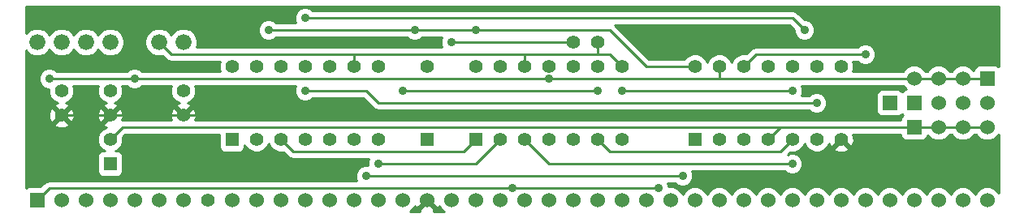
<source format=gbl>
G04 (created by PCBNEW (2013-03-19 BZR 4004)-stable) date 13/06/2016 15:20:47*
%MOIN*%
G04 Gerber Fmt 3.4, Leading zero omitted, Abs format*
%FSLAX34Y34*%
G01*
G70*
G90*
G04 APERTURE LIST*
%ADD10C,0.006*%
%ADD11R,0.06X0.06*%
%ADD12C,0.06*%
%ADD13C,0.055*%
%ADD14R,0.055X0.055*%
%ADD15C,0.066*%
%ADD16C,0.035*%
%ADD17C,0.01*%
G04 APERTURE END LIST*
G54D10*
G54D11*
X1000Y-8500D03*
G54D12*
X2000Y-8500D03*
X3000Y-8500D03*
X4000Y-8500D03*
X5000Y-8500D03*
X6000Y-8500D03*
X7000Y-8500D03*
G54D13*
X8000Y-8500D03*
G54D12*
X9000Y-8500D03*
X10000Y-8500D03*
X11000Y-8500D03*
X12000Y-8500D03*
X13000Y-8500D03*
X14000Y-8500D03*
X15000Y-8500D03*
X16000Y-8500D03*
X17000Y-8500D03*
X18000Y-8500D03*
X19000Y-8500D03*
X20000Y-8500D03*
X21000Y-8500D03*
X22000Y-8500D03*
X23000Y-8500D03*
X25000Y-8500D03*
X26000Y-8500D03*
X27000Y-8500D03*
X28000Y-8500D03*
X29000Y-8500D03*
X30000Y-8500D03*
X31000Y-8500D03*
X32000Y-8500D03*
X33000Y-8500D03*
X34000Y-8500D03*
X35000Y-8500D03*
X36000Y-8500D03*
X37000Y-8500D03*
X38000Y-8500D03*
X39000Y-8500D03*
X40000Y-8500D03*
X24000Y-8500D03*
G54D14*
X4000Y-7000D03*
G54D13*
X4000Y-6000D03*
G54D14*
X28000Y-6000D03*
G54D13*
X29000Y-6000D03*
X30000Y-6000D03*
X31000Y-6000D03*
X32000Y-6000D03*
X33000Y-6000D03*
X34000Y-6000D03*
X34000Y-3000D03*
X33000Y-3000D03*
X32000Y-3000D03*
X31000Y-3000D03*
X30000Y-3000D03*
X29000Y-3000D03*
X28000Y-3000D03*
G54D14*
X9000Y-6000D03*
G54D13*
X10000Y-6000D03*
X11000Y-6000D03*
X12000Y-6000D03*
X13000Y-6000D03*
X14000Y-6000D03*
X15000Y-6000D03*
X15000Y-3000D03*
X14000Y-3000D03*
X13000Y-3000D03*
X12000Y-3000D03*
X11000Y-3000D03*
X10000Y-3000D03*
X9000Y-3000D03*
G54D14*
X19000Y-6000D03*
G54D13*
X20000Y-6000D03*
X21000Y-6000D03*
X22000Y-6000D03*
X23000Y-6000D03*
X24000Y-6000D03*
X25000Y-6000D03*
X25000Y-3000D03*
X24000Y-3000D03*
X23000Y-3000D03*
X22000Y-3000D03*
X21000Y-3000D03*
X20000Y-3000D03*
X19000Y-3000D03*
G54D15*
X1000Y-2000D03*
X2000Y-2000D03*
X3000Y-2000D03*
X4000Y-2000D03*
X6000Y-2000D03*
X7000Y-2000D03*
G54D14*
X17000Y-6000D03*
G54D13*
X17000Y-3000D03*
X23000Y-2000D03*
X24000Y-2000D03*
X2000Y-4000D03*
X2000Y-5000D03*
X4000Y-4000D03*
X4000Y-5000D03*
X7000Y-4000D03*
X7000Y-5000D03*
G54D11*
X40000Y-3500D03*
G54D12*
X39000Y-3500D03*
X38000Y-3500D03*
X37000Y-3500D03*
G54D11*
X37000Y-5500D03*
G54D12*
X38000Y-5500D03*
X39000Y-5500D03*
X40000Y-5500D03*
G54D11*
X37000Y-4500D03*
G54D12*
X38000Y-4500D03*
X39000Y-4500D03*
X40000Y-4500D03*
G54D11*
X36000Y-4500D03*
G54D16*
X26500Y-8000D03*
X20500Y-8000D03*
X1500Y-3500D03*
X5000Y-3500D03*
X22000Y-3500D03*
X33500Y-5000D03*
X25000Y-5000D03*
X15000Y-5000D03*
X25000Y-4000D03*
X32000Y-4000D03*
X32500Y-1500D03*
X12000Y-1000D03*
X12000Y-4000D03*
X33000Y-4500D03*
X18000Y-2000D03*
X2000Y-4000D03*
X35000Y-2500D03*
X16000Y-4000D03*
X24000Y-4000D03*
X27500Y-7500D03*
X14500Y-7500D03*
X32000Y-7000D03*
X15000Y-7000D03*
X10500Y-1500D03*
X16500Y-1500D03*
X19000Y-1500D03*
G54D17*
X26500Y-8000D02*
X25500Y-8000D01*
X26000Y-8000D02*
X25500Y-8000D01*
X25500Y-8000D02*
X20500Y-8000D01*
X1500Y-8000D02*
X1000Y-8500D01*
X26000Y-8000D02*
X1500Y-8000D01*
X8500Y-5500D02*
X4500Y-5500D01*
X4500Y-5500D02*
X4000Y-6000D01*
X31500Y-5500D02*
X8500Y-5500D01*
X37000Y-5500D02*
X31500Y-5500D01*
X31500Y-5500D02*
X31000Y-6000D01*
X40000Y-5500D02*
X39000Y-5500D01*
X39000Y-5500D02*
X38000Y-5500D01*
X38000Y-5500D02*
X37000Y-5500D01*
X29000Y-3500D02*
X29000Y-3000D01*
X2500Y-3500D02*
X1500Y-3500D01*
X5000Y-3500D02*
X2500Y-3500D01*
X22000Y-3500D02*
X8500Y-3500D01*
X8500Y-3500D02*
X5000Y-3500D01*
X37000Y-3500D02*
X29000Y-3500D01*
X29000Y-3500D02*
X22000Y-3500D01*
X40000Y-3500D02*
X39000Y-3500D01*
X39000Y-3500D02*
X38000Y-3500D01*
X38000Y-3500D02*
X37000Y-3500D01*
X21000Y-3000D02*
X21000Y-2500D01*
X14000Y-3000D02*
X14000Y-2500D01*
X24500Y-2500D02*
X21000Y-2500D01*
X21000Y-2500D02*
X14000Y-2500D01*
X14000Y-2500D02*
X6500Y-2500D01*
X6500Y-2500D02*
X6000Y-2000D01*
X24000Y-2000D02*
X24000Y-2500D01*
X25000Y-3000D02*
X24500Y-2500D01*
X24500Y-2500D02*
X24000Y-2500D01*
X7000Y-5000D02*
X4000Y-5000D01*
X4000Y-5000D02*
X2000Y-5000D01*
X15000Y-5000D02*
X7000Y-5000D01*
X25000Y-5000D02*
X33500Y-5000D01*
X15000Y-5000D02*
X25000Y-5000D01*
X25000Y-4000D02*
X32000Y-4000D01*
X32500Y-1500D02*
X32000Y-1000D01*
X32000Y-1000D02*
X12000Y-1000D01*
X15000Y-4500D02*
X14500Y-4000D01*
X14500Y-4000D02*
X12000Y-4000D01*
X33000Y-4500D02*
X15000Y-4500D01*
X18000Y-2000D02*
X23000Y-2000D01*
X30000Y-3000D02*
X30500Y-2500D01*
X30500Y-2500D02*
X35000Y-2500D01*
X23000Y-4000D02*
X24000Y-4000D01*
X16000Y-4000D02*
X23000Y-4000D01*
X27500Y-7500D02*
X14500Y-7500D01*
X32000Y-6000D02*
X31500Y-6500D01*
X24500Y-6500D02*
X24000Y-6000D01*
X31500Y-6500D02*
X24500Y-6500D01*
X11000Y-6000D02*
X11500Y-6500D01*
X18500Y-6500D02*
X19000Y-6000D01*
X11500Y-6500D02*
X18500Y-6500D01*
X21000Y-6000D02*
X22000Y-7000D01*
X22000Y-7000D02*
X32000Y-7000D01*
X20000Y-6000D02*
X19000Y-7000D01*
X19000Y-7000D02*
X15000Y-7000D01*
X28000Y-3000D02*
X26000Y-3000D01*
X26000Y-3000D02*
X24500Y-1500D01*
X19000Y-1500D02*
X16500Y-1500D01*
X16500Y-1500D02*
X10500Y-1500D01*
X24500Y-1500D02*
X19000Y-1500D01*
G54D10*
G36*
X15076Y-6005D02*
X15005Y-6076D01*
X15000Y-6070D01*
X14994Y-6076D01*
X14923Y-6005D01*
X14929Y-6000D01*
X14923Y-5994D01*
X14994Y-5923D01*
X15000Y-5929D01*
X15005Y-5923D01*
X15076Y-5994D01*
X15070Y-6000D01*
X15076Y-6005D01*
X15076Y-6005D01*
G37*
G54D17*
X15076Y-6005D02*
X15005Y-6076D01*
X15000Y-6070D01*
X14994Y-6076D01*
X14923Y-6005D01*
X14929Y-6000D01*
X14923Y-5994D01*
X14994Y-5923D01*
X15000Y-5929D01*
X15005Y-5923D01*
X15076Y-5994D01*
X15070Y-6000D01*
X15076Y-6005D01*
G54D10*
G36*
X17698Y-8970D02*
X17290Y-8970D01*
X17315Y-8885D01*
X17000Y-8570D01*
X16684Y-8885D01*
X16709Y-8970D01*
X16301Y-8970D01*
X16311Y-8966D01*
X16465Y-8811D01*
X16497Y-8736D01*
X16518Y-8787D01*
X16614Y-8815D01*
X16929Y-8500D01*
X16923Y-8494D01*
X16994Y-8423D01*
X17000Y-8429D01*
X17005Y-8423D01*
X17076Y-8494D01*
X17070Y-8500D01*
X17385Y-8815D01*
X17481Y-8787D01*
X17500Y-8732D01*
X17533Y-8811D01*
X17688Y-8965D01*
X17698Y-8970D01*
X17698Y-8970D01*
G37*
G54D17*
X17698Y-8970D02*
X17290Y-8970D01*
X17315Y-8885D01*
X17000Y-8570D01*
X16684Y-8885D01*
X16709Y-8970D01*
X16301Y-8970D01*
X16311Y-8966D01*
X16465Y-8811D01*
X16497Y-8736D01*
X16518Y-8787D01*
X16614Y-8815D01*
X16929Y-8500D01*
X16923Y-8494D01*
X16994Y-8423D01*
X17000Y-8429D01*
X17005Y-8423D01*
X17076Y-8494D01*
X17070Y-8500D01*
X17385Y-8815D01*
X17481Y-8787D01*
X17500Y-8732D01*
X17533Y-8811D01*
X17688Y-8965D01*
X17698Y-8970D01*
G54D10*
G36*
X25076Y-6005D02*
X25005Y-6076D01*
X25000Y-6070D01*
X24994Y-6076D01*
X24923Y-6005D01*
X24929Y-6000D01*
X24923Y-5994D01*
X24994Y-5923D01*
X25000Y-5929D01*
X25005Y-5923D01*
X25076Y-5994D01*
X25070Y-6000D01*
X25076Y-6005D01*
X25076Y-6005D01*
G37*
G54D17*
X25076Y-6005D02*
X25005Y-6076D01*
X25000Y-6070D01*
X24994Y-6076D01*
X24923Y-6005D01*
X24929Y-6000D01*
X24923Y-5994D01*
X24994Y-5923D01*
X25000Y-5929D01*
X25005Y-5923D01*
X25076Y-5994D01*
X25070Y-6000D01*
X25076Y-6005D01*
G54D10*
G36*
X40470Y-3016D02*
X40441Y-2988D01*
X40349Y-2950D01*
X40250Y-2949D01*
X39650Y-2949D01*
X39558Y-2987D01*
X39488Y-3058D01*
X39450Y-3150D01*
X39450Y-3172D01*
X39311Y-3034D01*
X39109Y-2950D01*
X38891Y-2949D01*
X38688Y-3033D01*
X38534Y-3188D01*
X38529Y-3200D01*
X38471Y-3200D01*
X38466Y-3188D01*
X38311Y-3034D01*
X38109Y-2950D01*
X37891Y-2949D01*
X37688Y-3033D01*
X37534Y-3188D01*
X37529Y-3200D01*
X37471Y-3200D01*
X37466Y-3188D01*
X37311Y-3034D01*
X37109Y-2950D01*
X36891Y-2949D01*
X36688Y-3033D01*
X36534Y-3188D01*
X36529Y-3200D01*
X34485Y-3200D01*
X34524Y-3104D01*
X34525Y-2896D01*
X34485Y-2800D01*
X34698Y-2800D01*
X34758Y-2860D01*
X34915Y-2924D01*
X35084Y-2925D01*
X35240Y-2860D01*
X35360Y-2741D01*
X35424Y-2584D01*
X35425Y-2415D01*
X35360Y-2259D01*
X35241Y-2139D01*
X35084Y-2075D01*
X34915Y-2074D01*
X34759Y-2139D01*
X34698Y-2200D01*
X30500Y-2200D01*
X30385Y-2222D01*
X30287Y-2287D01*
X30100Y-2475D01*
X29896Y-2474D01*
X29703Y-2554D01*
X29555Y-2702D01*
X29499Y-2835D01*
X29445Y-2703D01*
X29297Y-2555D01*
X29104Y-2475D01*
X28896Y-2474D01*
X28703Y-2554D01*
X28555Y-2702D01*
X28499Y-2835D01*
X28445Y-2703D01*
X28297Y-2555D01*
X28104Y-2475D01*
X27896Y-2474D01*
X27703Y-2554D01*
X27557Y-2700D01*
X26124Y-2700D01*
X24724Y-1300D01*
X31875Y-1300D01*
X32075Y-1499D01*
X32074Y-1584D01*
X32139Y-1740D01*
X32258Y-1860D01*
X32415Y-1924D01*
X32584Y-1925D01*
X32740Y-1860D01*
X32860Y-1741D01*
X32924Y-1584D01*
X32925Y-1415D01*
X32860Y-1259D01*
X32741Y-1139D01*
X32584Y-1075D01*
X32499Y-1074D01*
X32212Y-787D01*
X32114Y-722D01*
X32000Y-700D01*
X12301Y-700D01*
X12241Y-639D01*
X12084Y-575D01*
X11915Y-574D01*
X11759Y-639D01*
X11639Y-758D01*
X11575Y-915D01*
X11574Y-1084D01*
X11622Y-1200D01*
X10801Y-1200D01*
X10741Y-1139D01*
X10584Y-1075D01*
X10415Y-1074D01*
X10259Y-1139D01*
X10139Y-1258D01*
X10075Y-1415D01*
X10074Y-1584D01*
X10139Y-1740D01*
X10258Y-1860D01*
X10415Y-1924D01*
X10584Y-1925D01*
X10740Y-1860D01*
X10801Y-1800D01*
X16198Y-1800D01*
X16258Y-1860D01*
X16415Y-1924D01*
X16584Y-1925D01*
X16740Y-1860D01*
X16801Y-1800D01*
X17622Y-1800D01*
X17575Y-1915D01*
X17574Y-2084D01*
X17622Y-2200D01*
X14000Y-2200D01*
X7544Y-2200D01*
X7579Y-2115D01*
X7580Y-1885D01*
X7491Y-1671D01*
X7328Y-1508D01*
X7115Y-1420D01*
X6885Y-1419D01*
X6671Y-1508D01*
X6508Y-1671D01*
X6500Y-1691D01*
X6491Y-1671D01*
X6328Y-1508D01*
X6115Y-1420D01*
X5885Y-1419D01*
X5671Y-1508D01*
X5508Y-1671D01*
X5420Y-1884D01*
X5419Y-2114D01*
X5508Y-2328D01*
X5671Y-2491D01*
X5884Y-2579D01*
X6114Y-2580D01*
X6143Y-2568D01*
X6287Y-2712D01*
X6287Y-2712D01*
X6385Y-2777D01*
X6500Y-2800D01*
X8514Y-2800D01*
X8475Y-2895D01*
X8474Y-3103D01*
X8514Y-3200D01*
X8500Y-3200D01*
X5301Y-3200D01*
X5241Y-3139D01*
X5084Y-3075D01*
X4915Y-3074D01*
X4759Y-3139D01*
X4698Y-3200D01*
X2500Y-3200D01*
X1801Y-3200D01*
X1741Y-3139D01*
X1584Y-3075D01*
X1415Y-3074D01*
X1259Y-3139D01*
X1139Y-3258D01*
X1075Y-3415D01*
X1074Y-3584D01*
X1139Y-3740D01*
X1258Y-3860D01*
X1415Y-3924D01*
X1475Y-3924D01*
X1474Y-4103D01*
X1554Y-4297D01*
X1702Y-4444D01*
X1828Y-4497D01*
X1727Y-4539D01*
X1702Y-4632D01*
X2000Y-4929D01*
X2297Y-4632D01*
X2272Y-4539D01*
X2162Y-4500D01*
X2297Y-4445D01*
X2444Y-4297D01*
X2524Y-4104D01*
X2525Y-3896D01*
X2485Y-3800D01*
X2500Y-3800D01*
X3514Y-3800D01*
X3475Y-3895D01*
X3474Y-4103D01*
X3554Y-4297D01*
X3702Y-4444D01*
X3828Y-4497D01*
X3727Y-4539D01*
X3702Y-4632D01*
X4000Y-4929D01*
X4297Y-4632D01*
X4272Y-4539D01*
X4162Y-4500D01*
X4297Y-4445D01*
X4444Y-4297D01*
X4524Y-4104D01*
X4525Y-3896D01*
X4485Y-3800D01*
X4698Y-3800D01*
X4758Y-3860D01*
X4915Y-3924D01*
X5084Y-3925D01*
X5240Y-3860D01*
X5301Y-3800D01*
X6514Y-3800D01*
X6475Y-3895D01*
X6474Y-4103D01*
X6554Y-4297D01*
X6702Y-4444D01*
X6828Y-4497D01*
X6727Y-4539D01*
X6702Y-4632D01*
X7000Y-4929D01*
X7297Y-4632D01*
X7272Y-4539D01*
X7162Y-4500D01*
X7297Y-4445D01*
X7444Y-4297D01*
X7524Y-4104D01*
X7525Y-3896D01*
X7485Y-3800D01*
X8500Y-3800D01*
X11622Y-3800D01*
X11575Y-3915D01*
X11574Y-4084D01*
X11639Y-4240D01*
X11758Y-4360D01*
X11915Y-4424D01*
X12084Y-4425D01*
X12240Y-4360D01*
X12301Y-4300D01*
X14375Y-4300D01*
X14787Y-4712D01*
X14787Y-4712D01*
X14885Y-4777D01*
X15000Y-4800D01*
X32698Y-4800D01*
X32758Y-4860D01*
X32915Y-4924D01*
X33084Y-4925D01*
X33240Y-4860D01*
X33360Y-4741D01*
X33424Y-4584D01*
X33425Y-4415D01*
X33360Y-4259D01*
X33241Y-4139D01*
X33084Y-4075D01*
X32915Y-4074D01*
X32759Y-4139D01*
X32698Y-4200D01*
X32377Y-4200D01*
X32424Y-4084D01*
X32425Y-3915D01*
X32377Y-3800D01*
X36528Y-3800D01*
X36533Y-3811D01*
X36672Y-3949D01*
X36650Y-3949D01*
X36558Y-3987D01*
X36499Y-4046D01*
X36441Y-3988D01*
X36349Y-3950D01*
X36250Y-3949D01*
X35650Y-3949D01*
X35558Y-3987D01*
X35488Y-4058D01*
X35450Y-4150D01*
X35449Y-4249D01*
X35449Y-4849D01*
X35487Y-4941D01*
X35558Y-5011D01*
X35650Y-5049D01*
X35749Y-5050D01*
X36349Y-5050D01*
X36441Y-5012D01*
X36500Y-4953D01*
X36546Y-5000D01*
X36488Y-5058D01*
X36450Y-5150D01*
X36450Y-5200D01*
X31500Y-5200D01*
X8500Y-5200D01*
X7486Y-5200D01*
X7529Y-5075D01*
X7518Y-4867D01*
X7460Y-4727D01*
X7367Y-4702D01*
X7070Y-5000D01*
X7076Y-5005D01*
X7005Y-5076D01*
X7000Y-5070D01*
X6994Y-5076D01*
X6923Y-5005D01*
X6929Y-5000D01*
X6632Y-4702D01*
X6539Y-4727D01*
X6470Y-4924D01*
X6481Y-5132D01*
X6509Y-5200D01*
X4500Y-5200D01*
X4485Y-5202D01*
X4529Y-5075D01*
X4518Y-4867D01*
X4460Y-4727D01*
X4367Y-4702D01*
X4070Y-5000D01*
X4076Y-5005D01*
X4005Y-5076D01*
X4000Y-5070D01*
X3929Y-5141D01*
X3929Y-5000D01*
X3632Y-4702D01*
X3539Y-4727D01*
X3470Y-4924D01*
X3481Y-5132D01*
X3539Y-5272D01*
X3632Y-5297D01*
X3929Y-5000D01*
X3929Y-5141D01*
X3702Y-5367D01*
X3727Y-5460D01*
X3837Y-5499D01*
X3703Y-5554D01*
X3555Y-5702D01*
X3475Y-5895D01*
X3474Y-6103D01*
X3554Y-6297D01*
X3702Y-6444D01*
X3774Y-6474D01*
X3675Y-6474D01*
X3583Y-6512D01*
X3513Y-6583D01*
X3475Y-6675D01*
X3474Y-6774D01*
X3474Y-7324D01*
X3512Y-7416D01*
X3583Y-7486D01*
X3675Y-7524D01*
X3774Y-7525D01*
X4324Y-7525D01*
X4416Y-7487D01*
X4486Y-7416D01*
X4524Y-7324D01*
X4525Y-7225D01*
X4525Y-6675D01*
X4487Y-6583D01*
X4416Y-6513D01*
X4324Y-6475D01*
X4225Y-6474D01*
X4225Y-6474D01*
X4297Y-6445D01*
X4444Y-6297D01*
X4524Y-6104D01*
X4525Y-5899D01*
X4624Y-5800D01*
X8474Y-5800D01*
X8474Y-6324D01*
X8512Y-6416D01*
X8583Y-6486D01*
X8675Y-6524D01*
X8774Y-6525D01*
X9324Y-6525D01*
X9416Y-6487D01*
X9486Y-6416D01*
X9524Y-6324D01*
X9525Y-6225D01*
X9525Y-6225D01*
X9554Y-6297D01*
X9702Y-6444D01*
X9895Y-6524D01*
X10103Y-6525D01*
X10297Y-6445D01*
X10444Y-6297D01*
X10500Y-6164D01*
X10554Y-6297D01*
X10702Y-6444D01*
X10895Y-6524D01*
X11100Y-6525D01*
X11287Y-6712D01*
X11287Y-6712D01*
X11385Y-6777D01*
X11500Y-6800D01*
X14622Y-6800D01*
X14575Y-6915D01*
X14574Y-7075D01*
X14415Y-7074D01*
X14259Y-7139D01*
X14139Y-7258D01*
X14075Y-7415D01*
X14074Y-7584D01*
X14122Y-7700D01*
X2529Y-7700D01*
X2529Y-5075D01*
X2518Y-4867D01*
X2460Y-4727D01*
X2367Y-4702D01*
X2070Y-5000D01*
X2367Y-5297D01*
X2460Y-5272D01*
X2529Y-5075D01*
X2529Y-7700D01*
X2297Y-7700D01*
X2297Y-5367D01*
X2000Y-5070D01*
X1929Y-5141D01*
X1929Y-5000D01*
X1632Y-4702D01*
X1539Y-4727D01*
X1470Y-4924D01*
X1481Y-5132D01*
X1539Y-5272D01*
X1632Y-5297D01*
X1929Y-5000D01*
X1929Y-5141D01*
X1702Y-5367D01*
X1727Y-5460D01*
X1924Y-5529D01*
X2132Y-5518D01*
X2272Y-5460D01*
X2297Y-5367D01*
X2297Y-7700D01*
X1500Y-7700D01*
X1385Y-7722D01*
X1287Y-7787D01*
X1125Y-7949D01*
X650Y-7949D01*
X558Y-7987D01*
X529Y-8016D01*
X529Y-2349D01*
X671Y-2491D01*
X884Y-2579D01*
X1114Y-2580D01*
X1328Y-2491D01*
X1491Y-2328D01*
X1499Y-2308D01*
X1508Y-2328D01*
X1671Y-2491D01*
X1884Y-2579D01*
X2114Y-2580D01*
X2328Y-2491D01*
X2491Y-2328D01*
X2499Y-2308D01*
X2508Y-2328D01*
X2671Y-2491D01*
X2884Y-2579D01*
X3114Y-2580D01*
X3328Y-2491D01*
X3491Y-2328D01*
X3499Y-2308D01*
X3508Y-2328D01*
X3671Y-2491D01*
X3884Y-2579D01*
X4114Y-2580D01*
X4328Y-2491D01*
X4491Y-2328D01*
X4579Y-2115D01*
X4580Y-1885D01*
X4491Y-1671D01*
X4328Y-1508D01*
X4115Y-1420D01*
X3885Y-1419D01*
X3671Y-1508D01*
X3508Y-1671D01*
X3500Y-1691D01*
X3491Y-1671D01*
X3328Y-1508D01*
X3115Y-1420D01*
X2885Y-1419D01*
X2671Y-1508D01*
X2508Y-1671D01*
X2500Y-1691D01*
X2491Y-1671D01*
X2328Y-1508D01*
X2115Y-1420D01*
X1885Y-1419D01*
X1671Y-1508D01*
X1508Y-1671D01*
X1500Y-1691D01*
X1491Y-1671D01*
X1328Y-1508D01*
X1115Y-1420D01*
X885Y-1419D01*
X671Y-1508D01*
X529Y-1650D01*
X529Y-529D01*
X40470Y-529D01*
X40470Y-3016D01*
X40470Y-3016D01*
G37*
G54D17*
X40470Y-3016D02*
X40441Y-2988D01*
X40349Y-2950D01*
X40250Y-2949D01*
X39650Y-2949D01*
X39558Y-2987D01*
X39488Y-3058D01*
X39450Y-3150D01*
X39450Y-3172D01*
X39311Y-3034D01*
X39109Y-2950D01*
X38891Y-2949D01*
X38688Y-3033D01*
X38534Y-3188D01*
X38529Y-3200D01*
X38471Y-3200D01*
X38466Y-3188D01*
X38311Y-3034D01*
X38109Y-2950D01*
X37891Y-2949D01*
X37688Y-3033D01*
X37534Y-3188D01*
X37529Y-3200D01*
X37471Y-3200D01*
X37466Y-3188D01*
X37311Y-3034D01*
X37109Y-2950D01*
X36891Y-2949D01*
X36688Y-3033D01*
X36534Y-3188D01*
X36529Y-3200D01*
X34485Y-3200D01*
X34524Y-3104D01*
X34525Y-2896D01*
X34485Y-2800D01*
X34698Y-2800D01*
X34758Y-2860D01*
X34915Y-2924D01*
X35084Y-2925D01*
X35240Y-2860D01*
X35360Y-2741D01*
X35424Y-2584D01*
X35425Y-2415D01*
X35360Y-2259D01*
X35241Y-2139D01*
X35084Y-2075D01*
X34915Y-2074D01*
X34759Y-2139D01*
X34698Y-2200D01*
X30500Y-2200D01*
X30385Y-2222D01*
X30287Y-2287D01*
X30100Y-2475D01*
X29896Y-2474D01*
X29703Y-2554D01*
X29555Y-2702D01*
X29499Y-2835D01*
X29445Y-2703D01*
X29297Y-2555D01*
X29104Y-2475D01*
X28896Y-2474D01*
X28703Y-2554D01*
X28555Y-2702D01*
X28499Y-2835D01*
X28445Y-2703D01*
X28297Y-2555D01*
X28104Y-2475D01*
X27896Y-2474D01*
X27703Y-2554D01*
X27557Y-2700D01*
X26124Y-2700D01*
X24724Y-1300D01*
X31875Y-1300D01*
X32075Y-1499D01*
X32074Y-1584D01*
X32139Y-1740D01*
X32258Y-1860D01*
X32415Y-1924D01*
X32584Y-1925D01*
X32740Y-1860D01*
X32860Y-1741D01*
X32924Y-1584D01*
X32925Y-1415D01*
X32860Y-1259D01*
X32741Y-1139D01*
X32584Y-1075D01*
X32499Y-1074D01*
X32212Y-787D01*
X32114Y-722D01*
X32000Y-700D01*
X12301Y-700D01*
X12241Y-639D01*
X12084Y-575D01*
X11915Y-574D01*
X11759Y-639D01*
X11639Y-758D01*
X11575Y-915D01*
X11574Y-1084D01*
X11622Y-1200D01*
X10801Y-1200D01*
X10741Y-1139D01*
X10584Y-1075D01*
X10415Y-1074D01*
X10259Y-1139D01*
X10139Y-1258D01*
X10075Y-1415D01*
X10074Y-1584D01*
X10139Y-1740D01*
X10258Y-1860D01*
X10415Y-1924D01*
X10584Y-1925D01*
X10740Y-1860D01*
X10801Y-1800D01*
X16198Y-1800D01*
X16258Y-1860D01*
X16415Y-1924D01*
X16584Y-1925D01*
X16740Y-1860D01*
X16801Y-1800D01*
X17622Y-1800D01*
X17575Y-1915D01*
X17574Y-2084D01*
X17622Y-2200D01*
X14000Y-2200D01*
X7544Y-2200D01*
X7579Y-2115D01*
X7580Y-1885D01*
X7491Y-1671D01*
X7328Y-1508D01*
X7115Y-1420D01*
X6885Y-1419D01*
X6671Y-1508D01*
X6508Y-1671D01*
X6500Y-1691D01*
X6491Y-1671D01*
X6328Y-1508D01*
X6115Y-1420D01*
X5885Y-1419D01*
X5671Y-1508D01*
X5508Y-1671D01*
X5420Y-1884D01*
X5419Y-2114D01*
X5508Y-2328D01*
X5671Y-2491D01*
X5884Y-2579D01*
X6114Y-2580D01*
X6143Y-2568D01*
X6287Y-2712D01*
X6287Y-2712D01*
X6385Y-2777D01*
X6500Y-2800D01*
X8514Y-2800D01*
X8475Y-2895D01*
X8474Y-3103D01*
X8514Y-3200D01*
X8500Y-3200D01*
X5301Y-3200D01*
X5241Y-3139D01*
X5084Y-3075D01*
X4915Y-3074D01*
X4759Y-3139D01*
X4698Y-3200D01*
X2500Y-3200D01*
X1801Y-3200D01*
X1741Y-3139D01*
X1584Y-3075D01*
X1415Y-3074D01*
X1259Y-3139D01*
X1139Y-3258D01*
X1075Y-3415D01*
X1074Y-3584D01*
X1139Y-3740D01*
X1258Y-3860D01*
X1415Y-3924D01*
X1475Y-3924D01*
X1474Y-4103D01*
X1554Y-4297D01*
X1702Y-4444D01*
X1828Y-4497D01*
X1727Y-4539D01*
X1702Y-4632D01*
X2000Y-4929D01*
X2297Y-4632D01*
X2272Y-4539D01*
X2162Y-4500D01*
X2297Y-4445D01*
X2444Y-4297D01*
X2524Y-4104D01*
X2525Y-3896D01*
X2485Y-3800D01*
X2500Y-3800D01*
X3514Y-3800D01*
X3475Y-3895D01*
X3474Y-4103D01*
X3554Y-4297D01*
X3702Y-4444D01*
X3828Y-4497D01*
X3727Y-4539D01*
X3702Y-4632D01*
X4000Y-4929D01*
X4297Y-4632D01*
X4272Y-4539D01*
X4162Y-4500D01*
X4297Y-4445D01*
X4444Y-4297D01*
X4524Y-4104D01*
X4525Y-3896D01*
X4485Y-3800D01*
X4698Y-3800D01*
X4758Y-3860D01*
X4915Y-3924D01*
X5084Y-3925D01*
X5240Y-3860D01*
X5301Y-3800D01*
X6514Y-3800D01*
X6475Y-3895D01*
X6474Y-4103D01*
X6554Y-4297D01*
X6702Y-4444D01*
X6828Y-4497D01*
X6727Y-4539D01*
X6702Y-4632D01*
X7000Y-4929D01*
X7297Y-4632D01*
X7272Y-4539D01*
X7162Y-4500D01*
X7297Y-4445D01*
X7444Y-4297D01*
X7524Y-4104D01*
X7525Y-3896D01*
X7485Y-3800D01*
X8500Y-3800D01*
X11622Y-3800D01*
X11575Y-3915D01*
X11574Y-4084D01*
X11639Y-4240D01*
X11758Y-4360D01*
X11915Y-4424D01*
X12084Y-4425D01*
X12240Y-4360D01*
X12301Y-4300D01*
X14375Y-4300D01*
X14787Y-4712D01*
X14787Y-4712D01*
X14885Y-4777D01*
X15000Y-4800D01*
X32698Y-4800D01*
X32758Y-4860D01*
X32915Y-4924D01*
X33084Y-4925D01*
X33240Y-4860D01*
X33360Y-4741D01*
X33424Y-4584D01*
X33425Y-4415D01*
X33360Y-4259D01*
X33241Y-4139D01*
X33084Y-4075D01*
X32915Y-4074D01*
X32759Y-4139D01*
X32698Y-4200D01*
X32377Y-4200D01*
X32424Y-4084D01*
X32425Y-3915D01*
X32377Y-3800D01*
X36528Y-3800D01*
X36533Y-3811D01*
X36672Y-3949D01*
X36650Y-3949D01*
X36558Y-3987D01*
X36499Y-4046D01*
X36441Y-3988D01*
X36349Y-3950D01*
X36250Y-3949D01*
X35650Y-3949D01*
X35558Y-3987D01*
X35488Y-4058D01*
X35450Y-4150D01*
X35449Y-4249D01*
X35449Y-4849D01*
X35487Y-4941D01*
X35558Y-5011D01*
X35650Y-5049D01*
X35749Y-5050D01*
X36349Y-5050D01*
X36441Y-5012D01*
X36500Y-4953D01*
X36546Y-5000D01*
X36488Y-5058D01*
X36450Y-5150D01*
X36450Y-5200D01*
X31500Y-5200D01*
X8500Y-5200D01*
X7486Y-5200D01*
X7529Y-5075D01*
X7518Y-4867D01*
X7460Y-4727D01*
X7367Y-4702D01*
X7070Y-5000D01*
X7076Y-5005D01*
X7005Y-5076D01*
X7000Y-5070D01*
X6994Y-5076D01*
X6923Y-5005D01*
X6929Y-5000D01*
X6632Y-4702D01*
X6539Y-4727D01*
X6470Y-4924D01*
X6481Y-5132D01*
X6509Y-5200D01*
X4500Y-5200D01*
X4485Y-5202D01*
X4529Y-5075D01*
X4518Y-4867D01*
X4460Y-4727D01*
X4367Y-4702D01*
X4070Y-5000D01*
X4076Y-5005D01*
X4005Y-5076D01*
X4000Y-5070D01*
X3929Y-5141D01*
X3929Y-5000D01*
X3632Y-4702D01*
X3539Y-4727D01*
X3470Y-4924D01*
X3481Y-5132D01*
X3539Y-5272D01*
X3632Y-5297D01*
X3929Y-5000D01*
X3929Y-5141D01*
X3702Y-5367D01*
X3727Y-5460D01*
X3837Y-5499D01*
X3703Y-5554D01*
X3555Y-5702D01*
X3475Y-5895D01*
X3474Y-6103D01*
X3554Y-6297D01*
X3702Y-6444D01*
X3774Y-6474D01*
X3675Y-6474D01*
X3583Y-6512D01*
X3513Y-6583D01*
X3475Y-6675D01*
X3474Y-6774D01*
X3474Y-7324D01*
X3512Y-7416D01*
X3583Y-7486D01*
X3675Y-7524D01*
X3774Y-7525D01*
X4324Y-7525D01*
X4416Y-7487D01*
X4486Y-7416D01*
X4524Y-7324D01*
X4525Y-7225D01*
X4525Y-6675D01*
X4487Y-6583D01*
X4416Y-6513D01*
X4324Y-6475D01*
X4225Y-6474D01*
X4225Y-6474D01*
X4297Y-6445D01*
X4444Y-6297D01*
X4524Y-6104D01*
X4525Y-5899D01*
X4624Y-5800D01*
X8474Y-5800D01*
X8474Y-6324D01*
X8512Y-6416D01*
X8583Y-6486D01*
X8675Y-6524D01*
X8774Y-6525D01*
X9324Y-6525D01*
X9416Y-6487D01*
X9486Y-6416D01*
X9524Y-6324D01*
X9525Y-6225D01*
X9525Y-6225D01*
X9554Y-6297D01*
X9702Y-6444D01*
X9895Y-6524D01*
X10103Y-6525D01*
X10297Y-6445D01*
X10444Y-6297D01*
X10500Y-6164D01*
X10554Y-6297D01*
X10702Y-6444D01*
X10895Y-6524D01*
X11100Y-6525D01*
X11287Y-6712D01*
X11287Y-6712D01*
X11385Y-6777D01*
X11500Y-6800D01*
X14622Y-6800D01*
X14575Y-6915D01*
X14574Y-7075D01*
X14415Y-7074D01*
X14259Y-7139D01*
X14139Y-7258D01*
X14075Y-7415D01*
X14074Y-7584D01*
X14122Y-7700D01*
X2529Y-7700D01*
X2529Y-5075D01*
X2518Y-4867D01*
X2460Y-4727D01*
X2367Y-4702D01*
X2070Y-5000D01*
X2367Y-5297D01*
X2460Y-5272D01*
X2529Y-5075D01*
X2529Y-7700D01*
X2297Y-7700D01*
X2297Y-5367D01*
X2000Y-5070D01*
X1929Y-5141D01*
X1929Y-5000D01*
X1632Y-4702D01*
X1539Y-4727D01*
X1470Y-4924D01*
X1481Y-5132D01*
X1539Y-5272D01*
X1632Y-5297D01*
X1929Y-5000D01*
X1929Y-5141D01*
X1702Y-5367D01*
X1727Y-5460D01*
X1924Y-5529D01*
X2132Y-5518D01*
X2272Y-5460D01*
X2297Y-5367D01*
X2297Y-7700D01*
X1500Y-7700D01*
X1385Y-7722D01*
X1287Y-7787D01*
X1125Y-7949D01*
X650Y-7949D01*
X558Y-7987D01*
X529Y-8016D01*
X529Y-2349D01*
X671Y-2491D01*
X884Y-2579D01*
X1114Y-2580D01*
X1328Y-2491D01*
X1491Y-2328D01*
X1499Y-2308D01*
X1508Y-2328D01*
X1671Y-2491D01*
X1884Y-2579D01*
X2114Y-2580D01*
X2328Y-2491D01*
X2491Y-2328D01*
X2499Y-2308D01*
X2508Y-2328D01*
X2671Y-2491D01*
X2884Y-2579D01*
X3114Y-2580D01*
X3328Y-2491D01*
X3491Y-2328D01*
X3499Y-2308D01*
X3508Y-2328D01*
X3671Y-2491D01*
X3884Y-2579D01*
X4114Y-2580D01*
X4328Y-2491D01*
X4491Y-2328D01*
X4579Y-2115D01*
X4580Y-1885D01*
X4491Y-1671D01*
X4328Y-1508D01*
X4115Y-1420D01*
X3885Y-1419D01*
X3671Y-1508D01*
X3508Y-1671D01*
X3500Y-1691D01*
X3491Y-1671D01*
X3328Y-1508D01*
X3115Y-1420D01*
X2885Y-1419D01*
X2671Y-1508D01*
X2508Y-1671D01*
X2500Y-1691D01*
X2491Y-1671D01*
X2328Y-1508D01*
X2115Y-1420D01*
X1885Y-1419D01*
X1671Y-1508D01*
X1508Y-1671D01*
X1500Y-1691D01*
X1491Y-1671D01*
X1328Y-1508D01*
X1115Y-1420D01*
X885Y-1419D01*
X671Y-1508D01*
X529Y-1650D01*
X529Y-529D01*
X40470Y-529D01*
X40470Y-3016D01*
G54D10*
G36*
X40470Y-8198D02*
X40466Y-8188D01*
X40311Y-8034D01*
X40109Y-7950D01*
X39891Y-7949D01*
X39688Y-8033D01*
X39534Y-8188D01*
X39500Y-8269D01*
X39466Y-8188D01*
X39311Y-8034D01*
X39109Y-7950D01*
X38891Y-7949D01*
X38688Y-8033D01*
X38534Y-8188D01*
X38500Y-8269D01*
X38466Y-8188D01*
X38311Y-8034D01*
X38109Y-7950D01*
X37891Y-7949D01*
X37688Y-8033D01*
X37534Y-8188D01*
X37500Y-8269D01*
X37466Y-8188D01*
X37311Y-8034D01*
X37109Y-7950D01*
X36891Y-7949D01*
X36688Y-8033D01*
X36534Y-8188D01*
X36500Y-8269D01*
X36466Y-8188D01*
X36311Y-8034D01*
X36109Y-7950D01*
X35891Y-7949D01*
X35688Y-8033D01*
X35534Y-8188D01*
X35500Y-8269D01*
X35466Y-8188D01*
X35311Y-8034D01*
X35109Y-7950D01*
X34891Y-7949D01*
X34688Y-8033D01*
X34534Y-8188D01*
X34500Y-8269D01*
X34466Y-8188D01*
X34311Y-8034D01*
X34297Y-8027D01*
X34297Y-6367D01*
X34000Y-6070D01*
X33702Y-6367D01*
X33727Y-6460D01*
X33924Y-6529D01*
X34132Y-6518D01*
X34272Y-6460D01*
X34297Y-6367D01*
X34297Y-8027D01*
X34109Y-7950D01*
X33891Y-7949D01*
X33688Y-8033D01*
X33534Y-8188D01*
X33500Y-8269D01*
X33466Y-8188D01*
X33311Y-8034D01*
X33109Y-7950D01*
X32891Y-7949D01*
X32688Y-8033D01*
X32534Y-8188D01*
X32500Y-8269D01*
X32466Y-8188D01*
X32311Y-8034D01*
X32109Y-7950D01*
X31891Y-7949D01*
X31688Y-8033D01*
X31534Y-8188D01*
X31500Y-8269D01*
X31466Y-8188D01*
X31311Y-8034D01*
X31109Y-7950D01*
X30891Y-7949D01*
X30688Y-8033D01*
X30534Y-8188D01*
X30500Y-8269D01*
X30466Y-8188D01*
X30311Y-8034D01*
X30109Y-7950D01*
X29891Y-7949D01*
X29688Y-8033D01*
X29534Y-8188D01*
X29500Y-8269D01*
X29466Y-8188D01*
X29311Y-8034D01*
X29109Y-7950D01*
X28891Y-7949D01*
X28688Y-8033D01*
X28534Y-8188D01*
X28500Y-8269D01*
X28466Y-8188D01*
X28311Y-8034D01*
X28109Y-7950D01*
X27891Y-7949D01*
X27688Y-8033D01*
X27534Y-8188D01*
X27500Y-8269D01*
X27466Y-8188D01*
X27311Y-8034D01*
X27109Y-7950D01*
X26925Y-7949D01*
X26925Y-7915D01*
X26877Y-7800D01*
X27198Y-7800D01*
X27258Y-7860D01*
X27415Y-7924D01*
X27584Y-7925D01*
X27740Y-7860D01*
X27860Y-7741D01*
X27924Y-7584D01*
X27925Y-7415D01*
X27877Y-7300D01*
X31698Y-7300D01*
X31758Y-7360D01*
X31915Y-7424D01*
X32084Y-7425D01*
X32240Y-7360D01*
X32360Y-7241D01*
X32424Y-7084D01*
X32425Y-6915D01*
X32360Y-6759D01*
X32241Y-6639D01*
X32084Y-6575D01*
X31915Y-6574D01*
X31802Y-6621D01*
X31899Y-6524D01*
X32103Y-6525D01*
X32297Y-6445D01*
X32444Y-6297D01*
X32500Y-6164D01*
X32554Y-6297D01*
X32702Y-6444D01*
X32895Y-6524D01*
X33103Y-6525D01*
X33297Y-6445D01*
X33444Y-6297D01*
X33497Y-6171D01*
X33539Y-6272D01*
X33632Y-6297D01*
X33929Y-6000D01*
X33923Y-5994D01*
X33994Y-5923D01*
X34000Y-5929D01*
X34005Y-5923D01*
X34076Y-5994D01*
X34070Y-6000D01*
X34367Y-6297D01*
X34460Y-6272D01*
X34529Y-6075D01*
X34518Y-5867D01*
X34490Y-5800D01*
X36449Y-5800D01*
X36449Y-5849D01*
X36487Y-5941D01*
X36558Y-6011D01*
X36650Y-6049D01*
X36749Y-6050D01*
X37349Y-6050D01*
X37441Y-6012D01*
X37511Y-5941D01*
X37549Y-5849D01*
X37549Y-5827D01*
X37688Y-5965D01*
X37890Y-6049D01*
X38108Y-6050D01*
X38311Y-5966D01*
X38465Y-5811D01*
X38470Y-5800D01*
X38528Y-5800D01*
X38533Y-5811D01*
X38688Y-5965D01*
X38890Y-6049D01*
X39108Y-6050D01*
X39311Y-5966D01*
X39465Y-5811D01*
X39470Y-5800D01*
X39528Y-5800D01*
X39533Y-5811D01*
X39688Y-5965D01*
X39890Y-6049D01*
X40108Y-6050D01*
X40311Y-5966D01*
X40465Y-5811D01*
X40470Y-5801D01*
X40470Y-8198D01*
X40470Y-8198D01*
G37*
G54D17*
X40470Y-8198D02*
X40466Y-8188D01*
X40311Y-8034D01*
X40109Y-7950D01*
X39891Y-7949D01*
X39688Y-8033D01*
X39534Y-8188D01*
X39500Y-8269D01*
X39466Y-8188D01*
X39311Y-8034D01*
X39109Y-7950D01*
X38891Y-7949D01*
X38688Y-8033D01*
X38534Y-8188D01*
X38500Y-8269D01*
X38466Y-8188D01*
X38311Y-8034D01*
X38109Y-7950D01*
X37891Y-7949D01*
X37688Y-8033D01*
X37534Y-8188D01*
X37500Y-8269D01*
X37466Y-8188D01*
X37311Y-8034D01*
X37109Y-7950D01*
X36891Y-7949D01*
X36688Y-8033D01*
X36534Y-8188D01*
X36500Y-8269D01*
X36466Y-8188D01*
X36311Y-8034D01*
X36109Y-7950D01*
X35891Y-7949D01*
X35688Y-8033D01*
X35534Y-8188D01*
X35500Y-8269D01*
X35466Y-8188D01*
X35311Y-8034D01*
X35109Y-7950D01*
X34891Y-7949D01*
X34688Y-8033D01*
X34534Y-8188D01*
X34500Y-8269D01*
X34466Y-8188D01*
X34311Y-8034D01*
X34297Y-8027D01*
X34297Y-6367D01*
X34000Y-6070D01*
X33702Y-6367D01*
X33727Y-6460D01*
X33924Y-6529D01*
X34132Y-6518D01*
X34272Y-6460D01*
X34297Y-6367D01*
X34297Y-8027D01*
X34109Y-7950D01*
X33891Y-7949D01*
X33688Y-8033D01*
X33534Y-8188D01*
X33500Y-8269D01*
X33466Y-8188D01*
X33311Y-8034D01*
X33109Y-7950D01*
X32891Y-7949D01*
X32688Y-8033D01*
X32534Y-8188D01*
X32500Y-8269D01*
X32466Y-8188D01*
X32311Y-8034D01*
X32109Y-7950D01*
X31891Y-7949D01*
X31688Y-8033D01*
X31534Y-8188D01*
X31500Y-8269D01*
X31466Y-8188D01*
X31311Y-8034D01*
X31109Y-7950D01*
X30891Y-7949D01*
X30688Y-8033D01*
X30534Y-8188D01*
X30500Y-8269D01*
X30466Y-8188D01*
X30311Y-8034D01*
X30109Y-7950D01*
X29891Y-7949D01*
X29688Y-8033D01*
X29534Y-8188D01*
X29500Y-8269D01*
X29466Y-8188D01*
X29311Y-8034D01*
X29109Y-7950D01*
X28891Y-7949D01*
X28688Y-8033D01*
X28534Y-8188D01*
X28500Y-8269D01*
X28466Y-8188D01*
X28311Y-8034D01*
X28109Y-7950D01*
X27891Y-7949D01*
X27688Y-8033D01*
X27534Y-8188D01*
X27500Y-8269D01*
X27466Y-8188D01*
X27311Y-8034D01*
X27109Y-7950D01*
X26925Y-7949D01*
X26925Y-7915D01*
X26877Y-7800D01*
X27198Y-7800D01*
X27258Y-7860D01*
X27415Y-7924D01*
X27584Y-7925D01*
X27740Y-7860D01*
X27860Y-7741D01*
X27924Y-7584D01*
X27925Y-7415D01*
X27877Y-7300D01*
X31698Y-7300D01*
X31758Y-7360D01*
X31915Y-7424D01*
X32084Y-7425D01*
X32240Y-7360D01*
X32360Y-7241D01*
X32424Y-7084D01*
X32425Y-6915D01*
X32360Y-6759D01*
X32241Y-6639D01*
X32084Y-6575D01*
X31915Y-6574D01*
X31802Y-6621D01*
X31899Y-6524D01*
X32103Y-6525D01*
X32297Y-6445D01*
X32444Y-6297D01*
X32500Y-6164D01*
X32554Y-6297D01*
X32702Y-6444D01*
X32895Y-6524D01*
X33103Y-6525D01*
X33297Y-6445D01*
X33444Y-6297D01*
X33497Y-6171D01*
X33539Y-6272D01*
X33632Y-6297D01*
X33929Y-6000D01*
X33923Y-5994D01*
X33994Y-5923D01*
X34000Y-5929D01*
X34005Y-5923D01*
X34076Y-5994D01*
X34070Y-6000D01*
X34367Y-6297D01*
X34460Y-6272D01*
X34529Y-6075D01*
X34518Y-5867D01*
X34490Y-5800D01*
X36449Y-5800D01*
X36449Y-5849D01*
X36487Y-5941D01*
X36558Y-6011D01*
X36650Y-6049D01*
X36749Y-6050D01*
X37349Y-6050D01*
X37441Y-6012D01*
X37511Y-5941D01*
X37549Y-5849D01*
X37549Y-5827D01*
X37688Y-5965D01*
X37890Y-6049D01*
X38108Y-6050D01*
X38311Y-5966D01*
X38465Y-5811D01*
X38470Y-5800D01*
X38528Y-5800D01*
X38533Y-5811D01*
X38688Y-5965D01*
X38890Y-6049D01*
X39108Y-6050D01*
X39311Y-5966D01*
X39465Y-5811D01*
X39470Y-5800D01*
X39528Y-5800D01*
X39533Y-5811D01*
X39688Y-5965D01*
X39890Y-6049D01*
X40108Y-6050D01*
X40311Y-5966D01*
X40465Y-5811D01*
X40470Y-5801D01*
X40470Y-8198D01*
M02*

</source>
